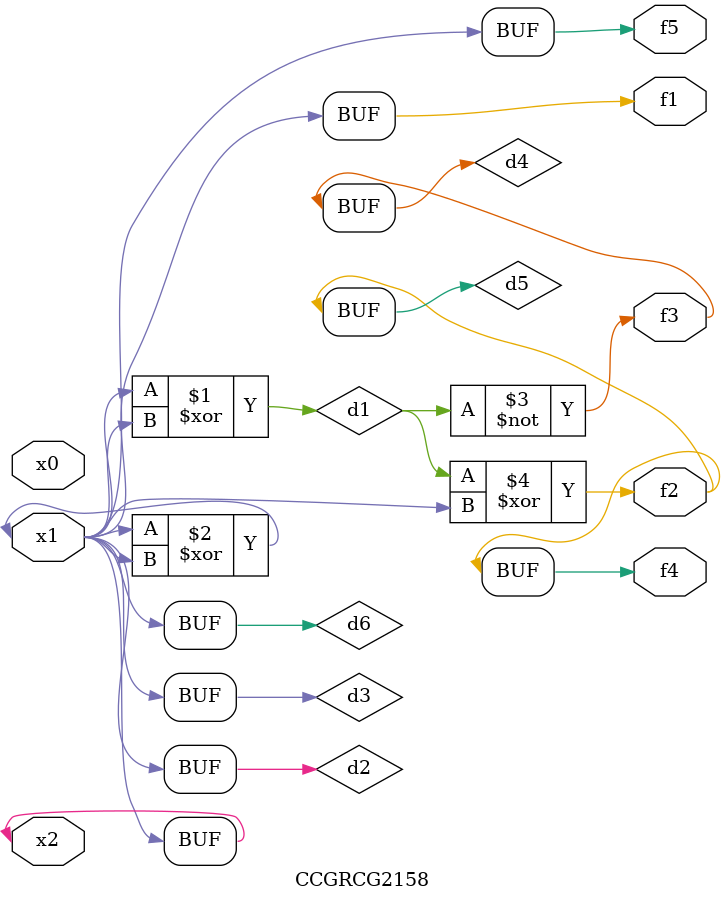
<source format=v>
module CCGRCG2158(
	input x0, x1, x2,
	output f1, f2, f3, f4, f5
);

	wire d1, d2, d3, d4, d5, d6;

	xor (d1, x1, x2);
	buf (d2, x1, x2);
	xor (d3, x1, x2);
	nor (d4, d1);
	xor (d5, d1, d2);
	buf (d6, d2, d3);
	assign f1 = d6;
	assign f2 = d5;
	assign f3 = d4;
	assign f4 = d5;
	assign f5 = d6;
endmodule

</source>
